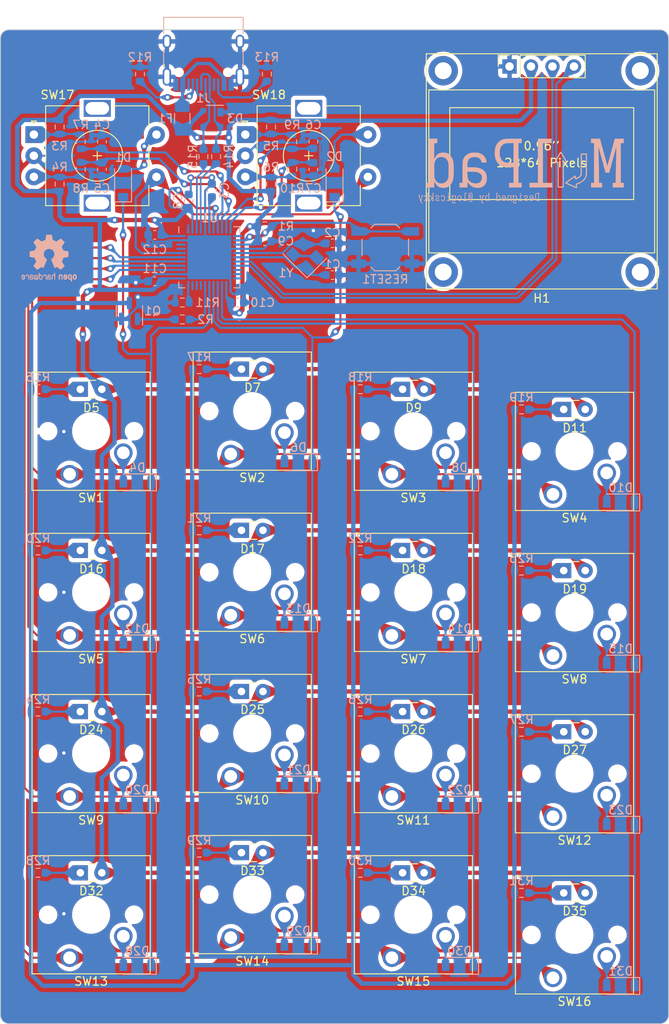
<source format=kicad_pcb>
(kicad_pcb (version 20220621) (generator pcbnew)
  (layers (0 "F.Cu" signal) (31 "B.Cu" signal) (34 "B.Paste" user) (35 "F.Paste" user) (36 "B.SilkS" user "B.Silkscreen") (37 "F.SilkS" user "F.Silkscreen") (38 "B.Mask" user) (39 "F.Mask" user) (44 "Edge.Cuts" user))
  (net 0 "")
  (net 1 "Net-(U1-XTAL1)")
  (net 2 "GND")
  (net 3 "Net-(U1-XTAL2)")
  (net 4 "/EC11_1_A")
  (net 5 "/EC11_1_B")
  (net 6 "/EC11_2_A")
  (net 7 "/EC11_2_B")
  (net 8 "+5V")
  (net 9 "/COL0")
  (net 10 "Net-(D1-A)")
  (net 11 "/COL1")
  (net 12 "Net-(D2-A)")
  (net 13 "Net-(D3-I{slash}O1)")
  (net 14 "Net-(D3-I{slash}O2)")
  (net 15 "Net-(J1-VBUS)")
  (net 16 "/SCL")
  (net 17 "/SDA")
  (net 18 "Net-(J1-CC1)")
  (net 20 "Net-(J1-CC2)")
  (net 22 "Net-(Q1-G)")
  (net 23 "/LED_GND")
  (net 24 "Net-(U1-~{RESET})")
  (net 25 "Net-(R3-Pad2)")
  (net 26 "Net-(R4-Pad2)")
  (net 27 "Net-(R5-Pad2)")
  (net 28 "Net-(R10-Pad1)")
  (net 29 "Net-(U1-~{HWB}{slash}PE2)")
  (net 30 "/D+")
  (net 31 "/D-")
  (net 32 "/ROW4")
  (net 33 "/ROW0")
  (net 34 "/COL2")
  (net 35 "/COL3")
  (net 36 "/ROW1")
  (net 37 "/ROW2")
  (net 38 "/ROW3")
  (net 39 "Net-(U1-UCAP)")
  (net 50 "Net-(U1-PB5)")
  (net 51 "Net-(D4-A)")
  (net 52 "Net-(D6-A)")
  (net 53 "Net-(D8-A)")
  (net 54 "Net-(D10-A)")
  (net 55 "Net-(D12-A)")
  (net 56 "Net-(D13-A)")
  (net 57 "Net-(D14-A)")
  (net 58 "Net-(D15-A)")
  (net 59 "Net-(D20-A)")
  (net 60 "Net-(D21-A)")
  (net 61 "Net-(D22-A)")
  (net 62 "Net-(D23-A)")
  (net 63 "Net-(D28-A)")
  (net 64 "Net-(D29-A)")
  (net 65 "Net-(D30-A)")
  (net 66 "Net-(D31-A)")
  (net 67 "Net-(D5-K)")
  (net 68 "Net-(D7-K)")
  (net 69 "Net-(D9-K)")
  (net 70 "Net-(D11-K)")
  (net 71 "Net-(D16-K)")
  (net 72 "Net-(D17-K)")
  (net 73 "Net-(D18-K)")
  (net 74 "Net-(D19-K)")
  (net 75 "Net-(D24-K)")
  (net 76 "Net-(D25-K)")
  (net 77 "Net-(D26-K)")
  (net 78 "Net-(D27-K)")
  (net 79 "Net-(D32-K)")
  (net 80 "Net-(D33-K)")
  (net 81 "Net-(D34-K)")
  (net 82 "Net-(D35-K)")
  (footprint "LED_THT:LED_Rectangular_W3.0mm_H2.0mm" (layer "F.Cu") (at 91.600739 78.385535)
    (fp_text reference "D11")
    (fp_text value "LED")
  )
  (footprint "Button_Switch_Keyboard:SW_Cherry_MX_1.00u_PCB" (layer "F.Cu") (at 52.229923 140.814157 180)
    (fp_text reference "SW14")
    (fp_text value "SW_Push")
  )
  (footprint "LED_THT:LED_Rectangular_W3.0mm_H2.0mm" (layer "F.Cu") (at 53.499923 73.622933)
    (fp_text reference "D7")
    (fp_text value "LED")
  )
  (footprint "Keyboard_Parts:OLED_I2C_SSD1306" (layer "F.Cu") (at 89 50.25)
    (fp_text reference "H1")
    (fp_text value "OLED_I2C_SSD1306")
  )
  (footprint "LED_THT:LED_Rectangular_W3.0mm_H2.0mm" (layer "F.Cu") (at 53.499923 130.774157)
    (fp_text reference "D33")
    (fp_text value "LED")
  )
  (footprint "LED_THT:LED_Rectangular_W3.0mm_H2.0mm" (layer "F.Cu") (at 72.550331 133.155458)
    (fp_text reference "D34")
    (fp_text value "LED")
  )
  (footprint "LED_THT:LED_Rectangular_W3.0mm_H2.0mm" (layer "F.Cu") (at 34.449515 76.004234)
    (fp_text reference "D5")
    (fp_text value "LED")
  )
  (footprint "Button_Switch_Keyboard:SW_Cherry_MX_1.00u_PCB" (layer "F.Cu") (at 33.179515 143.195458 180)
    (fp_text reference "SW13")
    (fp_text value "SW_Push")
  )
  (footprint "LED_THT:LED_Rectangular_W3.0mm_H2.0mm" (layer "F.Cu") (at 53.499923 111.723749)
    (fp_text reference "D25")
    (fp_text value "LED")
  )
  (footprint "Button_Switch_Keyboard:SW_Cherry_MX_1.00u_PCB" (layer "F.Cu") (at 71.280331 86.044234 180)
    (fp_text reference "SW3")
    (fp_text value "SW_Push")
  )
  (footprint "Button_Switch_Keyboard:SW_Cherry_MX_1.00u_PCB" (layer "F.Cu") (at 33.179515 124.14505 180)
    (fp_text reference "SW9")
    (fp_text value "SW_Push")
  )
  (footprint "LED_THT:LED_Rectangular_W3.0mm_H2.0mm" (layer "F.Cu") (at 91.600739 97.435943)
    (fp_text reference "D19")
    (fp_text value "LED")
  )
  (footprint "Button_Switch_Keyboard:SW_Cherry_MX_1.00u_PCB" (layer "F.Cu") (at 90.330739 145.576759 180)
    (fp_text reference "SW16")
    (fp_text value "SW_Push")
  )
  (footprint "LED_THT:LED_Rectangular_W3.0mm_H2.0mm" (layer "F.Cu") (at 53.499923 92.673341)
    (fp_text reference "D17")
    (fp_text value "LED")
  )
  (footprint "Rotary_Encoder:RotaryEncoder_Alps_EC11E-Switch_Vertical_H20mm" (layer "F.Cu") (at 28.95 45.9)
    (fp_text reference "SW17")
    (fp_text value "EC11")
  )
  (footprint "Button_Switch_Keyboard:SW_Cherry_MX_1.00u_PCB" (layer "F.Cu") (at 52.229923 102.713341 180)
    (fp_text reference "SW6")
    (fp_text value "SW_Push")
  )
  (footprint "LED_THT:LED_Rectangular_W3.0mm_H2.0mm" (layer "F.Cu") (at 34.449515 95.054642)
    (fp_text reference "D16")
    (fp_text value "LED")
  )
  (footprint "LED_THT:LED_Rectangular_W3.0mm_H2.0mm" (layer "F.Cu") (at 91.600739 116.486351)
    (fp_text reference "D27")
    (fp_text value "LED")
  )
  (footprint "Button_Switch_Keyboard:SW_Cherry_MX_1.00u_PCB" (layer "F.Cu") (at 90.330739 126.526351 180)
    (fp_text reference "SW12")
    (fp_text value "SW_Push")
  )
  (footprint "LED_THT:LED_Rectangular_W3.0mm_H2.0mm" (layer "F.Cu") (at 72.550331 95.054642)
    (fp_text reference "D18")
    (fp_text value "LED")
  )
  (footprint "LED_THT:LED_Rectangular_W3.0mm_H2.0mm" (layer "F.Cu") (at 34.449515 133.155458)
    (fp_text reference "D32")
    (fp_text value "LED")
  )
  (footprint "LED_THT:LED_Rectangular_W3.0mm_H2.0mm" (layer "F.Cu") (at 91.600739 135.536759)
    (fp_text reference "D35")
    (fp_text value "LED")
  )
  (footprint "LED_THT:LED_Rectangular_W3.0mm_H2.0mm" (layer "F.Cu") (at 72.550331 76.004234)
    (fp_text reference "D9")
    (fp_text value "LED")
  )
  (footprint "Button_Switch_Keyboard:SW_Cherry_MX_1.00u_PCB" (layer "F.Cu") (at 52.229923 121.763749 180)
    (fp_text reference "SW10")
    (fp_text value "SW_Push")
  )
  (footprint "Button_Switch_Keyboard:SW_Cherry_MX_1.00u_PCB" (layer "F.Cu") (at 90.330739 107.475943 180)
    (fp_text reference "SW8")
    (fp_text value "SW_Push")
  )
  (footprint "Button_Switch_Keyboard:SW_Cherry_MX_1.00u_PCB" (layer "F.Cu") (at 71.280331 124.14505 180)
    (fp_text reference "SW11")
    (fp_text value "SW_Push")
  )
  (footprint "LED_THT:LED_Rectangular_W3.0mm_H2.0mm" (layer "F.Cu") (at 72.550331 114.10505)
    (fp_text reference "D26")
    (fp_text value "LED")
  )
  (footprint "Button_Switch_Keyboard:SW_Cherry_MX_1.00u_PCB" (layer "F.Cu") (at 71.280331 143.195458 180)
    (fp_text reference "SW15")
    (fp_text value "SW_Push")
  )
  (footprint "LED_THT:LED_Rectangular_W3.0mm_H2.0mm" (layer "F.Cu") (at 34.449515 114.10505)
    (fp_text reference "D24")
    (fp_text value "LED")
  )
  (footprint "Rotary_Encoder:RotaryEncoder_Alps_EC11E-Switch_Vertical_H20mm" (layer "F.Cu") (at 53.95 45.9)
    (fp_text reference "SW18")
    (fp_text value "EC11")
  )
  (footprint "Button_Switch_Keyboard:SW_Cherry_MX_1.00u_PCB" (layer "F.Cu") (at 71.280331 105.094642 180)
    (fp_text reference "SW7")
    (fp_text value "SW_Push")
  )
  (footprint "Button_Switch_Keyboard:SW_Cherry_MX_1.00u_PCB" (layer "F.Cu") (at 33.179515 86.044234 180)
    (fp_text reference "SW1")
    (fp_text value "SW_Push")
  )
  (footprint "Button_Switch_Keyboard:SW_Cherry_MX_1.00u_PCB" (layer "F.Cu") (at 90.330739 88.425535 180)
    (fp_text reference "SW4")
    (fp_text value "SW_Push")
  )
  (footprint "Button_Switch_Keyboard:SW_Cherry_MX_1.00u_PCB" (layer "F.Cu") (at 33.179515 105.094642 180)
    (fp_text reference "SW5")
    (fp_text value "SW_Push")
  )
  (footprint "Button_Switch_Keyboard:SW_Cherry_MX_1.00u_PCB" (layer "F.Cu") (at 52.229923 83.662933 180)
    (fp_text reference "SW2")
    (fp_text value "SW_Push")
  )
  (footprint "Symbol:OSHW-Logo2_7.3x6mm_SilkScreen" (layer "B.Cu") (at 30.75 60.5 180)
    (fp_text reference "REF**" hide)
    (fp_text value "OSHW-Logo2_7.3x6mm_SilkScreen" hide)
  )
  (footprint "Resistor_SMD:R_0603_1608Metric" (layer "B.Cu") (at 48.499923 130.774157 180)
    (fp_text reference "R29")
    (fp_text value "330")
  )
  (footprint "Capacitor_SMD:C_0603_1608Metric" (layer "B.Cu") (at 62 50 -90)
    (fp_text reference "C7")
    (fp_text value "0.01u")
  )
  (footprint "Diode_SMD:D_SOD-123" (layer "B.Cu") (at 39.5 51.6 90)
    (fp_text reference "D1")
    (fp_text value "1N4148W")
  )
  (footprint "Resistor_SMD:R_0603_1608Metric" (layer "B.Cu") (at 29.449515 133.155458 180)
    (fp_text reference "R28")
    (fp_text value "330")
  )
  (footprint "Resistor_SMD:R_0603_1608Metric" (layer "B.Cu") (at 46.5 67.75 180)
    (fp_text reference "R2")
    (fp_text value "1k")
  )
  (footprint "Resistor_SMD:R_0603_1608Metric" (layer "B.Cu") (at 50.5 48.5 -90)
    (fp_text reference "R14")
    (fp_text value "22")
  )
  (footprint "Diode_SMD:D_SOD-123" (layer "B.Cu") (at 79.280331 106.054642 180)
    (fp_text reference "D14")
    (fp_text value "1N4148W")
  )
  (footprint "Diode_SMD:D_SOD-123" (layer "B.Cu") (at 98.330739 89.385535 180)
    (fp_text reference "D10")
    (fp_text value "1N4148W")
  )
  (footprint "Resistor_SMD:R_0603_1608Metric" (layer "B.Cu") (at 57 51.75 90)
    (fp_text reference "R6")
    (fp_text value "10k")
  )
  (footprint "Resistor_SMD:R_0603_1608Metric" (layer "B.Cu") (at 67.550331 133.155458 180)
    (fp_text reference "R30")
    (fp_text value "330")
  )
  (footprint "Capacitor_SMD:C_0603_1608Metric" (layer "B.Cu") (at 43.25 57.75 180)
    (fp_text reference "C12")
    (fp_text value "0.1u")
  )
  (footprint "Resistor_SMD:R_0603_1608Metric" (layer "B.Cu") (at 32 45 -90)
    (fp_text reference "R3")
    (fp_text value "10k")
  )
  (footprint "Resistor_SMD:R_0603_1608Metric" (layer "B.Cu") (at 59.5 50 90)
    (fp_text reference "R10")
    (fp_text value "10k")
  )
  (footprint "Diode_SMD:D_SOD-123" (layer "B.Cu") (at 41.179515 106.054642 180)
    (fp_text reference "D12")
    (fp_text value "1N4148W")
  )
  (footprint "Capacitor_SMD:C_0603_1608Metric" (layer "B.Cu") (at 37 46.75 -90)
    (fp_text reference "C4")
    (fp_text value "0.01u")
  )
  (footprint "Capacitor_SMD:C_0603_1608Metric" (layer "B.Cu") (at 43.25 63.25 180)
    (fp_text reference "C11")
    (fp_text value "0.1u")
  )
  (footprint "Diode_SMD:D_SOD-123" (layer "B.Cu") (at 98.330739 108.435943 180)
    (fp_text reference "D15")
    (fp_text value "1N4148W")
  )
  (footprint "Capacitor_SMD:C_0603_1608Metric" (layer "B.Cu") (at 64.25 62.5)
    (fp_text reference "C1")
    (fp_text value "22p")
  )
  (footprint "Capacitor_SMD:C_0603_1608Metric" (layer "B.Cu") (at 62 46.75 -90)
    (fp_text reference "C6")
    (fp_text value "0.01u")
  )
  (footprint "Package_DFN_QFN:QFN-44-1EP_7x7mm_P0.5mm_EP5.2x5.2mm" (layer "B.Cu") (at 49.7 60.4 -90)
    (fp_text reference "U1")
    (fp_text value "ATmega32U4-M")
  )
  (footprint "Capacitor_SMD:C_0603_1608Metric" (layer "B.Cu") (at 53 65.75)
    (fp_text reference "C10")
    (fp_text value "0.1u")
  )
  (footprint "Resistor_SMD:R_0603_1608Metric" (layer "B.Cu") (at 86.600739 97.435943 180)
    (fp_text reference "R23")
    (fp_text value "330")
  )
  (footprint "Resistor_SMD:R_0603_1608Metric" (layer "B.Cu") (at 49 48.5 -90)
    (fp_text reference "R15")
    (fp_text value "22")
  )
  (footprint "Resistor_SMD:R_0603_1608Metric" (layer "B.Cu") (at 48.499923 92.673341 180)
    (fp_text reference "R21")
    (fp_text value "330")
  )
  (footprint "Diode_SMD:D_SOD-123" (layer "B.Cu") (at 79.280331 144.155458 180)
    (fp_text reference "D30")
    (fp_text value "1N4148W")
  )
  (footprint "Resistor_SMD:R_0603_1608Metric" (layer "B.Cu") (at 67.550331 114.10505 180)
    (fp_text reference "R26")
    (fp_text value "330")
  )
  (footprint "Resistor_SMD:R_0603_1608Metric" (layer "B.Cu") (at 86.600739 78.385535 180)
    (fp_text reference "R19")
    (fp_text value "330")
  )
  (footprint "LOGO" (layer "B.Cu") (at 86.5 50.25 180)
    (fp_text reference "G***" hide)
    (fp_text value "LOGO" hide)
  )
  (footprint "Resistor_SMD:R_0603_1608Metric" (layer "B.Cu") (at 34.5 46.75 90)
    (fp_text reference "R7")
    (fp_text value "10k")
  )
  (footprint "Button_Switch_SMD:SW_SPST_TL3342" (layer "B.Cu") (at 70.5 59.25)
    (fp_text reference "RESET1")
    (fp_text value "SW_Push")
  )
  (footprint "Diode_SMD:D_SOD-123" (layer "B.Cu") (at 79.280331 125.10505 180)
    (fp_text reference "D22")
    (fp_text value "1N4148W")
  )
  (footprint "Resistor_SMD:R_0603_1608Metric" (layer "B.Cu") (at 56.25 56.75)
    (fp_text reference "R1")
    (fp_text value "10k")
  )
  (footprint "Package_TO_SOT_SMD:SOT-23" (layer "B.Cu") (at 40.25 66.75 90)
    (fp_text reference "Q1")
    (fp_text value "2N7002")
  )
  (footprint "Diode_SMD:D_SOD-123" (layer "B.Cu") (at 98.330739 146.536759 180)
    (fp_text reference "D31")
    (fp_text value "1N4148W")
  )
  (footprint "Diode_SMD:D_SOD-123" (layer "B.Cu") (at 64.5 51.6 90)
    (fp_text reference "D2")
    (fp_text value "1N4148W")
  )
  (footprint "Resistor_SMD:R_0603_1608Metric" (layer "B.Cu") (at 29.449515 114.10505 180)
    (fp_text reference "R24")
    (fp_text value "330")
  )
  (footprint "Resistor_SMD:R_0603_1608Metric" (layer "B.Cu") (at 41.5 38.75 90)
    (fp_text reference "R12")
    (fp_text value "5.1k")
  )
  (footprint "Diode_SMD:D_SOD-123" (layer "B.Cu") (at 98.330739 127.486351 180)
    (fp_text reference "D23")
    (fp_text value "1N4148W")
  )
  (footprint "Resistor_SMD:R_0603_1608Metric" (layer "B.Cu") (at 86.600739 135.536759 180)
    (fp_text reference "R31")
    (fp_text value "330")
  )
  (footprint "Resistor_SMD:R_0603_1608Metric" (layer "B.Cu") (at 67.550331 76.004234 180)
    (fp_text reference "R18")
    (fp_text value "330")
  )
  (footprint "Package_TO_SOT_SMD:SOT-143" (layer "B.Cu") (at 50 44 180)
    (fp_text reference "D3")
    (fp_text value "PRTR5V0U2X")
  )
  (footprint "Diode_SMD:D_SOD-123" (layer "B.Cu") (at 60.229923 103.673341 180)
    (fp_text reference "D13")
    (fp_text value "1N4148W")
  )
  (footprint "Diode_SMD:D_SOD-123" (layer "B.Cu") (at 60.229923 122.723749 180)
    (fp_text reference "D21")
    (fp_text value "1N4148W")
  )
  (footprint "Resistor_SMD:R_0603_1608Metric" (layer "B.Cu") (at 46.5 65.75 180)
    (fp_text reference "R11")
    (fp_text value "10k")
  )
  (footprint "Diode_SMD:D_SOD-123" (layer "B.Cu") (at 41.179515 144.155458 180)
    (fp_text reference "D28")
    (fp_text value "1N4148W")
  )
  (footprint "Resistor_SMD:R_0603_1608Metric" (layer "B.Cu") (at 57 45 -90)
    (fp_text reference "R5")
    (fp_text value "10k")
  )
  (footprint "Resistor_SMD:R_0603_1608Metric" (layer "B.Cu") (at 86.600739 116.486351 180)
    (fp_text reference "R27")
    (fp_text value "330")
  )
  (footprint "Capacitor_SMD:C_0603_1608Metric" (layer "B.Cu") (at 56.25 58.5)
    (fp_text reference "C9")
    (fp_text value "0.1u")
  )
  (footprint "Capacitor_SMD:C_0603_1608Metric" (layer "B.Cu") (at 50 52.5 -90)
    (fp_text reference "C3")
    (fp_text value "1u")
  )
  (footprint "Crystal:Crystal_SMD_3225-4Pin_3.2x2.5mm" (layer "B.Cu") (at 61 60.25 135)
    (fp_text reference "Y1")
    (fp_text value "16MHz_12pF")
  )
  (footprint "Resistor_SMD:R_0603_1608Metric" (layer "B.Cu") (at 59.5 46.75 90)
    (fp_text reference "R9")
    (fp_text value "10k")
  )
  (footprint "Resistor_SMD:R_0603_1608Metric" (layer "B.Cu") (at 29.449515 95.054642 180)
    (fp_text reference "R20")
    (fp_text value "330")
  )
  (footprint "Diode_SMD:D_SOD-123" (layer "B.Cu") (at 41.179515 87.004234 180)
    (fp_text reference "D4")
    (fp_text value "1N4148W")
  )
  (footprint "Diode_SMD:D_SOD-123" (layer "B.Cu") (at 79.280331 87.004234 180)
    (fp_text reference "D8")
    (fp_text value "1N4148W")
  )
  (footprint "Resistor_SMD:R_0603_1608Metric" (layer "B.Cu") (at 32 51.75 90)
    (fp_text reference "R4")
    (fp_text value "10k")
  )
  (footprint "Resistor_SMD:R_0603_1608Metric" (layer "B.Cu") (at 29.449515 76.004234 180)
    (fp_text reference "R16")
    (fp_text value "330")
  )
  (footprint "Diode_SMD:D_SOD-123" (layer "B.Cu") (at 41.179515 125.10505 180)
    (fp_text reference "D20")
    (fp_text value "1N4148W")
  )
  (footprint "Resistor_SMD:R_0603_1608Metric" (layer "B.Cu") (at 48.499923 111.723749 180)
    (fp_text reference "R25")
    (fp_text value "330")
  )
  (footprint "Diode_SMD:D_SOD-123" (layer "B.Cu") (at 60.229923 84.622933 180)
    (fp_text reference "D6")
    (fp_text value "1N4148W")
  )
  (footprint "Resistor_SMD:R_0603_1608Metric" (layer "B.Cu") (at 48.499923 73.622933 180)
    (fp_text reference "R17")
    (fp_text value "330")
  )
  (footprint "Capacitor_SMD:C_0603_1608Metric" (layer "B.Cu") (at 37 50 -90)
    (fp_text reference "C5")
    (fp_text value "0.01u")
  )
  (footprint "Capacitor_SMD:C_0603_1608Metric" (layer "B.Cu") (at 64.25 58.75)
    (fp_text reference "C2")
    (fp_text value "22p")
  )
  (footprint "Resistor_SMD:R_0603_1608Metric" (layer "B.Cu") (at 56.5 38.75 90)
    (fp_text reference "R13")
    (fp_text value "5.1k")
  )
  (footprint "Diode_SMD:D_SOD-123" (layer "B.Cu") (at 60.229923 141.774157 180)
    (fp_text reference "D29")
    (fp_text value "1N4148W")
  )
  (footprint "Fuse:Fuse_1206_3216Metric" (layer "B.Cu") (at 46.5 44 -90)
    (fp_text reference "F1")
    (fp_text value "MF-NSMF050-2")
  )
  (footprint "Resistor_SMD:R_0603_1608Metric" (layer "B.Cu") (at 67.550331 95.054642 180)
    (fp_text reference "R22")
    (fp_text value "330")
  )
  (footprint "Capacitor_SMD:C_0603_1608Metric" (layer "B.Cu") (at 47.25 53.75 90)
    (fp_text reference "C8")
    (fp_text value "4.7u")
  )
  (footprint "Connector_USB:USB_C_Receptacle_HRO_TYPE-C-31-M-12" (layer "B.Cu") (at 49 35.94)
    (fp_text reference "J1")
    (fp_text value "TYPE-C-31-M-12")
  )
  (footprint "Resistor_SMD:R_0603_1608Metric" (layer "B.Cu") (at 34.5 50 90)
    (fp_text reference "R8")
    (fp_text value "10k")
  )
  (gr_line (start 103 151) (end 26 151) (stroke (width 0.1)) (layer "Edge.Cuts"))
  (gr_line (start 104 150) (end 104 34.5) (stroke (width 0.1)) (layer "Edge.Cuts"))
  (gr_arc (start 26 151) (mid 25.292893 150.707107) (end 25 150) (stroke (width 0.1)) (layer "Edge.Cuts"))
  (gr_line (start 25 150) (end 25 34.5) (stroke (width 0.1)) (layer "Edge.Cuts"))
  (gr_arc (start 103 33.5) (mid 103.707107 33.792893) (end 104 34.5) (stroke (width 0.1)) (layer "Edge.Cuts"))
  (gr_line (start 103 33.5) (end 26 33.5) (stroke (width 0.1)) (layer "Edge.Cuts"))
  (gr_arc (start 25 34.5) (mid 25.292893 33.792893) (end 26 33.5) (stroke (width 0.1)) (layer "Edge.Cuts"))
  (gr_arc (start 104 150) (mid 103.707107 150.707107) (end 103 151) (stroke (width 0.1)) (layer "Edge.Cuts"))
  (segment (start 53.0375 60.4) (end 58.639771 60.4) (width 0.25) (layer "B.Cu") (net 1))
  (segment (start 62.047919 62.5) (end 63.475 62.5) (width 0.25) (layer "B.Cu") (net 1))
  (segment (start 59.868629 61.628858) (end 61.176777 61.628858) (width 0.25) (layer "B.Cu") (net 1))
  (segment (start 58.639771 60.4) (end 59.868629 61.628858) (width 0.25) (layer "B.Cu") (net 1))
  (segment (start 61.176777 61.628858) (end 62.047919 62.5) (width 0.25) (layer "B.Cu") (net 1))
  (segment (start 41 63.3965) (end 41 64.8535) (width 0.25) (layer "F.Cu") (net 2))
  (segment (start 49.987701 50.986799) (end 47.513201 50.986799) (width 0.25) (layer "F.Cu") (net 2))
  (segment (start 47.513201 50.986799) (end 47.5 51) (width 0.25) (layer "F.Cu") (net 2))
  (segment (start 41 64.8535) (end 41.25 65.1035) (width 0.25) (layer "F.Cu") (net 2))
  (via (at 47.5 51) (size 0.8) (drill 0.4) (layers "F.Cu" "B.Cu") (net 2))
  (via (at 41 63.3965) (size 0.8) (drill 0.4) (layers "F.Cu" "B.Cu") (net 2))
  (via (at 41.25 65.1035) (size 0.8) (drill 0.4) (layers "F.Cu" "B.Cu") (net 2))
  (via (at 32.5 100) (size 0.8) (drill 0.4) (layers "F.Cu" "B.Cu") (net 2))
  (via (at 62 57.25) (size 0.8) (drill 0.4) (layers "F.Cu" "B.Cu") (net 2))
  (via (at 32.5 81) (size 0.8) (drill 0.4) (layers "F.Cu" "B.Cu") (net 2))
  (via (at 32.5 138) (size 0.8) (drill 0.4) (layers "F.Cu" "B.Cu") (net 2))
  (via (at 32.5 119) (size 0.8) (drill 0.4) (layers "F.Cu" "B.Cu") (net 2))
  (via (at 49.987701 50.986799) (size 0.8) (drill 0.4) (layers "F.Cu" "B.Cu") (net 2))
  (segment (start 37 45.975) (end 36.225 46.75) (width 0.25) (layer "B.Cu") (net 2))
  (segment (start 50 51.725) (end 50 50.999098) (width 0.25) (layer "B.Cu") (net 2))
  (segment (start 59.797919 60.25) (end 59.621142 60.073223) (width 0.25) (layer "B.Cu") (net 2))
  (segment (start 47.7 58.4) (end 49.7 60.4) (width 0.25) (layer "B.Cu") (net 2))
  (segment (start 49.2 59.9) (end 49.7 60.4) (width 0.25) (layer "B.Cu") (net 2))
  (segment (start 49.2 57.0625) (end 49.2 52.525) (width 0.25) (layer "B.Cu") (net 2))
  (segment (start 53.0375 59.4) (end 50.7 59.4) (width 0.25) (layer "B.Cu") (net 2))
  (segment (start 33.25 50) (end 31.65 48.4) (width 0.25) (layer "B.Cu") (net 2))
  (segment (start 50.7 59.4) (end 49.7 60.4) (width 0.25) (layer "B.Cu") (net 2))
  (segment (start 61.125 46.85) (end 55.5 46.85) (width 0.25) (layer "B.Cu") (net 2))
  (segment (start 44.7 58.55) (end 44.85 58.4) (width 0.25) (layer "B.Cu") (net 2))
  (segment (start 53.5 64.75) (end 53.775 65.025) (width 0.25) (layer "B.Cu") (net 2))
  (segment (start 54.224896 43.25) (end 57.429 40.045896) (width 0.508) (layer "B.Cu") (net 2))
  (segment (start 42.475 57.75) (end 42.475 57.975) (width 0.25) (layer "B.Cu") (net 2))
  (segment (start 57.429 36.679) (end 55.64 34.89) (width 0.508) (layer "B.Cu") (net 2))
  (segment (start 55.5 46.85) (end 53.95 48.4) (width 0.25) (layer "B.Cu") (net 2))
  (segment (start 62.378858 60.426777) (end 62.202081 60.25) (width 0.25) (layer "B.Cu") (net 2))
  (segment (start 52.2 63.7375) (end 52.2 63.148008) (width 0.25) (layer "B.Cu") (net 2))
  (segment (start 57.75 58.5) (end 59 57.25) (width 0.25) (layer "B.Cu") (net 2))
  (segment (start 57.025 58.5) (end 56.125 59.4) (width 0.25) (layer "B.Cu") (net 2))
  (segment (start 46.3625 58.4) (end 47.7 58.4) (width 0.25) (layer "B.Cu") (net 2))
  (segment (start 62 50.775) (end 62.8 49.975) (width 0.25) (layer "B.Cu") (net 2))
  (segment (start 41.25 65.1035) (end 41.728249 65.581749) (width 0.25) (layer "B.Cu") (net 2))
  (segment (start 53.775 65.025) (end 53.775 65.75) (width 0.25) (layer "B.Cu") (net 2))
  (segment (start 41.1465 63.25) (end 41 63.3965) (width 0.25) (layer "B.Cu") (net 2))
  (segment (start 36.225 50) (end 33.25 50) (width 0.25) (layer "B.Cu") (net 2))
  (segment (start 59 57.25) (end 62 57.25) (width 0.25) (layer "B.Cu") (net 2))
  (segment (start 37 50.775) (end 36.225 50) (width 0.25) (layer "B.Cu") (net 2))
  (segment (start 62.8 46.775) (end 62 45.975) (width 0.25) (layer "B.Cu") (net 2))
  (segment (start 52.175 63.123008) (end 52.175 62.875) (width 0.25) (layer "B.Cu") (net 2))
  (segment (start 36.225 46.75) (end 33.25 46.75) (width 0.25) (layer "B.Cu") (net 2))
  (segment (start 41.728249 65.581749) (end 41.728249 65.75) (width 0.25) (layer "B.Cu") (net 2))
  (segment (start 31.65 48.4) (end 31.6 48.4) (width 0.25) (layer "B.Cu") (net 2))
  (segment (start 42.475 57.975) (end 43.05 58.55) (width 0.25) (layer "B.Cu") (net 2))
  (segment (start 39.790749 67.6875) (end 39.3 67.6875) (width 0.25) (layer "B.Cu") (net 2))
  (segment (start 49.2 57.0625) (end 49.2 59.9) (width 0.25) (layer "B.Cu") (net 2))
  (segment (start 42.475 63.25) (end 41.1465 63.25) (width 0.25) (layer "B.Cu") (net 2))
  (segment (start 47.5 51) (end 47.5 52.725) (width 0.25) (layer "B.Cu") (net 2))
  (segment (start 52.2 63.148008) (end 52.175 63.123008) (width 0.25) (layer "B.Cu") (net 2))
  (segment (start 43.05 58.55) (end 44.7 58.55) (width 0.25) (layer "B.Cu") (net 2))
  (segment (start 46.3625 62.4) (end 47.7 62.4) (width 0.25) (layer "B.Cu") (net 2))
  (segment (start 57.025 58.5) (end 57.75 58.5) (width 0.25) (layer "B.Cu") (net 2))
  (segment (start 62.8 49.975) (end 62.8 46.775) (width 0.25) (layer "B.Cu") (net 2))
  (segment (start 50 50.999098) (end 49.987701 50.986799) (width 0.25) (layer "B.Cu") (net 2))
  (segment (start 52.2 63.7375) (end 52.2 64.45) (width 0.25) (layer "B.Cu") (net 2))
  (segment (start 62.202081 60.25) (end 59.797919 60.25) (width 0.25) (layer "B.Cu") (net 2))
  (segment (start 56.125 59.4) (end 53.0375 59.4) (width 0.25) (layer "B.Cu") (net 2))
  (segment (start 52.2 64.45) (end 52.5 64.75) (width 0.25) (layer "B.Cu") (net 2))
  (segment (start 47.7 62.4) (end 49.7 60.4) (width 0.25) (layer "B.Cu") (net 2))
  (segment (start 52.5 64.75) (end 53.5 64.75) (width 0.25) (layer "B.Cu") (net 2))
  (segment (start 57.429 40.045896) (end 57.429 36.679) (width 0.508) (layer "B.Cu") (net 2))
  (segment (start 31.6 48.4) (end 28.95 48.4) (width 0.25) (layer "B.Cu") (net 2))
  (segment (start 45.675 65.75) (end 41.728249 65.75) (width 0.25) (layer "B.Cu") (net 2))
  (segment (start 42.475 63.25) (end 43.325 62.4) (width 0.25) (layer "B.Cu") (net 2))
  (segment (start 62 45.975) (end 61.125 46.85) (width 0.25) (layer "B.Cu") (net 2))
  (segment (start 51 43.25) (end 54.224896 43.25) (width 0.508) (layer "B.Cu") (net 2))
  (segment (start 33.25 46.75) (end 31.6 48.4) (width 0.25) (layer "B.Cu") (net 2))
  (segment (start 41.728249 65.75) (end 39.790749 67.6875) (width 0.25) (layer "B.Cu") (net 2))
  (segment (start 49.2 52.525) (end 50 51.725) (width 0.25) (layer "B.Cu") (net 2))
  (segment (start 52.175 62.875) (end 49.7 60.4) (width 0.25) (layer "B.Cu") (net 2))
  (segment (start 43.325 62.4) (end 46.3625 62.4) (width 0.25) (layer "B.Cu") (net 2))
  (segment (start 47.5 52.725) (end 47.25 52.975) (width 0.25) (layer "B.Cu") (net 2))
  (segment (start 55.64 34.89) (end 53.32 34.89) (width 0.508) (layer "B.Cu") (net 2))
  (segment (start 44.85 58.4) (end 46.3625 58.4) (width 0.25) (layer "B.Cu") (net 2))
  (segment (start 58.344795 59.9) (end 59.415811 58.828984) (width 0.25) (layer "B.Cu") (net 3))
  (segment (start 63.353858 58.871142) (end 60.823223 58.871142) (width 0.25) (layer "B.Cu") (net 3))
  (segment (start 63.475 58.75) (end 63.353858 58.871142) (width 0.25) (layer "B.Cu") (net 3))
  (segment (start 53.0375 59.9) (end 58.344795 59.9) (width 0.25) (layer "B.Cu") (net 3))
  (segment (start 59.415811 58.828984) (end 60.781065 58.828984) (width 0.25) (layer "B.Cu") (net 3))
  (segment (start 60.781065 58.828984) (end 60.823223 58.871142) (width 0.25) (layer "B.Cu") (net 3))
  (segment (start 50.5 50.25) (end 46.75 50.25) (width 0.25) (layer "F.Cu") (net 4))
  (segment (start 51 50.75) (end 50.5 50.25) (width 0.25) (layer "F.Cu") (net 4))
  (via (at 46.75 50.25) (size 0.8) (drill 0.4) (layers "F.Cu" "B.Cu") (net 4))
  (via (at 51 50.75) (size 0.8) (drill 0.4) (layers "F.Cu" "B.Cu") (net 4))
  (segment (start 51.25 55) (end 51.25 51.25) (width 0.25) (layer "B.Cu") (net 4))
  (segment (start 51.25 51.25) (end 51.25 51) (width 0.25) (layer "B.Cu") (net 4))
  (segment (start 46.75 50.25) (end 44.5 48) (width 0.25) (layer "B.Cu") (net 4))
  (segment (start 44.5 48) (end 37.475 48) (width 0.25) (layer "B.Cu") (net 4))
  (segment (start 50.7 55.55) (end 51.25 55) (width 0.25) (layer "B.Cu") (net 4))
  (segment (start 36.95 47.575) (end 37 47.525) (width 0.25) (layer "B.Cu") (net 4))
  (segment (start 50.7 57.0625) (end 50.7 55.55) (width 0.25) (layer "B.Cu") (net 4))
  (segment (start 51.25 51) (end 51 50.75) (width 0.25) (layer "B.Cu") (net 4))
  (segment (start 37.475 48) (end 37 47.525) (width 0.25) (layer "B.Cu") (net 4))
  (segment (start 34.5 47.575) (end 36.95 47.575) (width 0.25) (layer "B.Cu") (net 4))
  (segment (start 51.9745 53.75) (end 49.9745 51.75) (width 0.25) (layer "F.Cu") (net 5))
  (segment (start 49.9745 51.75) (end 46.75 51.75) (width 0.25) (layer "F.Cu") (net 5))
  (via (at 51.9745 53.75) (size 0.8) (drill 0.4) (layers "F.Cu" "B.Cu") (net 5))
  (via (at 46.75 51.75) (size 0.8) (drill 0.4) (layers "F.Cu" "B.Cu") (net 5))
  (segment (start 51.2 57.0625) (end 51.2 56.3) (width 0.25) (layer "B.Cu") (net 5))
  (segment (start 36.95 49.175) (end 37 49.225) (width 0.25) (layer "B.Cu") (net 5))
  (segment (start 51.9745 54.911896) (end 51.9745 53.75) (width 0.25) (layer "B.Cu") (net 5))
  (segment (start 46.75 51.75) (end 43.75 48.75) (width 0.25) (layer "B.Cu") (net 5))
  (segment (start 51.2 56.3) (end 51.2 55.686396) (width 0.25) (layer "B.Cu") (net 5))
  (segment (start 51.2 55.686396) (end 51.9745 54.911896) (width 0.25) (layer "B.Cu") (net 5))
  (segment (start 43.75 48.75) (end 37.475 48.75) (width 0.25) (layer "B.Cu") (net 5))
  (segment (start 34.5 49.175) (end 36.95 49.175) (width 0.25) (layer "B.Cu") (net 5))
  (segment (start 37.475 48.75) (end 37 49.225) (width 0.25) (layer "B.Cu") (net 5))
  (segment (start 55.75 53.5) (end 55.75 49) (width 0.25) (layer "F.Cu") (net 6))
  (via (at 55.75 49) (size 0.8) (drill 0.4) (layers "F.Cu" "B.Cu") (net 6))
  (via (at 55.75 53.5) (size 0.8) (drill 0.4) (layers "F.Cu" "B.Cu") (net 6))
  (segment (start 51.7 56.05) (end 54.25 53.5) (width 0.25) (layer "B.Cu") (net 6))
  (segment (start 55.75 49) (end 57.175 47.575) (width 0.25) (layer "B.Cu") (net 6))
  (segment (start 51.7 57.0625) (end 51.7 56.05) (width 0.25) (layer "B.Cu") (net 6))
  (segment (start 54.25 53.5) (end 55.75 53.5) (width 0.25) (layer "B.Cu") (net 6))
  (segment (start 61.95 47.575) (end 62 47.525) (width 0.25) (layer "B.Cu") (net 6))
  (segment (start 57.175 47.575) (end 59.5 47.575) (width 0.25) (layer "B.Cu") (net 6))
  (segment (start 59.5 47.575) (end 61.95 47.575) (width 0.25) (layer "B.Cu") (net 6))
  (segment (start 55.762299 54.512299) (end 57.237701 54.512299) (width 0.25) (layer "F.Cu") (net 7))
  (segment (start 58.25 53.5) (end 58.25 50.2005) (width 0.25) (layer "F.Cu") (net 7))
  (segment (start 57.237701 54.512299) (end 58.25 53.5) (width 0.25) (layer "F.Cu") (net 7))
  (via (at 55.762299 54.512299) (size 0.8) (drill 0.4) (layers "F.Cu" "B.Cu") (net 7))
  (via (at 58.25 50.2005) (size 0.8) (drill 0.4) (layers "F.Cu" "B.Cu") (net 7))
  (segment (start 52.2 56.3) (end 53.987701 54.512299) (width 0.25) (layer "B.Cu") (net 7))
  (segment (start 52.2 57.0625) (end 52.2 56.3) (width 0.25) (layer "B.Cu") (net 7))
  (segment (start 61.95 49.175) (end 62 49.225) (width 0.25) (layer "B.Cu") (net 7))
  (segment (start 59.5 49.175) (end 61.95 49.175) (width 0.25) (layer "B.Cu") (net 7))
  (segment (start 53.987701 54.512299) (end 55.762299 54.512299) (width 0.25) (layer "B.Cu") (net 7))
  (segment (start 58.25 50.2005) (end 59.2755 49.175) (width 0.25) (layer "B.Cu") (net 7))
  (segment (start 59.2755 49.175) (end 59.5 49.175) (width 0.25) (layer "B.Cu") (net 7))
  (segment (start 56.039923 130.774157) (end 72.70903 130.774157) (width 0.508) (layer "F.Cu") (net 8))
  (segment (start 53.61381 66.63619) (end 53.25 67) (width 0.508) (layer "F.Cu") (net 8))
  (segment (start 35.25 64.5) (end 34.75 65) (width 0.508) (layer "F.Cu") (net 8))
  (segment (start 50.4245 54.6005) (end 48.1751 54.6005) (width 0.25) (layer "F.Cu") (net 8))
  (segment (start 72.70903 73.622933) (end 75.090331 76.004234) (width 0.508) (layer "F.Cu") (net 8))
  (segment (start 53.61381 57.63619) (end 53.61381 66.36381) (width 0.508) (layer "F.Cu") (net 8))
  (segment (start 75.090331 95.054642) (end 91.759438 95.054642) (width 0.508) (layer "F.Cu") (net 8))
  (segment (start 72.70903 92.673341) (end 75.090331 95.054642) (width 0.508) (layer "F.Cu") (net 8))
  (segment (start 53.658622 76.004234) (end 56.039923 73.622933) (width 0.508) (layer "F.Cu") (net 8))
  (segment (start 72.70903 130.774157) (end 75.090331 133.155458) (width 0.508) (layer "F.Cu") (net 8))
  (segment (start 56.039923 92.673341) (end 72.70903 92.673341) (width 0.508) (layer "F.Cu") (net 8))
  (segment (start 36.989515 76.004234) (end 53.658622 76.004234) (width 0.508) (layer "F.Cu") (net 8))
  (segment (start 36.989515 114.10505) (end 53.658622 114.10505) (width 0.508) (layer "F.Cu") (net 8))
  (segment (start 53.658622 114.10505) (end 56.039923 111.723749) (width 0.508) (layer "F.Cu") (net 8))
  (segment (start 91.759438 133.155458) (end 94.140739 135.536759) (width 0.508) (layer "F.Cu") (net 8))
  (segment (start 75.090331 133.155458) (end 91.759438 133.155458) (width 0.508) (layer "F.Cu") (net 8))
  (segment (start 56.039923 73.622933) (end 72.70903 73.622933) (width 0.508) (layer "F.Cu") (net 8))
  (segment (start 36.989515 133.155458) (end 53.658622 133.155458) (width 0.508) (layer "F.Cu") (net 8))
  (segment (start 91.759438 114.10505) (end 94.140739 116.486351) (width 0.508) (layer "F.Cu") (net 8))
  (segment (start 75.090331 114.10505) (end 91.759438 114.10505) (width 0.508) (layer "F.Cu") (net 8))
  (segment (start 48.25 46.25) (end 52 46.25) (width 0.508) (layer "F.Cu") (net 8))
  (segment (start 53.61381 66.36381) (end 53.61381 66.63619) (width 0.508) (layer "F.Cu") (net 8))
  (segment (start 91.759438 76.004234) (end 94.140739 78.385535) (width 0.508) (layer "F.Cu") (net 8))
  (segment (start 72.70903 111.723749) (end 75.090331 114.10505) (width 0.508) (layer "F.Cu") (net 8))
  (segment (start 48.1751 54.6005) (end 46.0373 52.4627) (width 0.25) (layer "F.Cu") (net 8))
  (segment (start 34.75 65) (end 34.75 69.5) (width 0.508) (layer "F.Cu") (net 8))
  (segment (start 91.759438 95.054642) (end 94.140739 97.435943) (width 0.508) (layer "F.Cu") (net 8))
  (segment (start 53.658622 95.054642) (end 56.039923 92.673341) (width 0.508) (layer "F.Cu") (net 8))
  (segment (start 53.658622 133.155458) (end 56.039923 130.774157) (width 0.508) (layer "F.Cu") (net 8))
  (segment (start 75.090331 76.004234) (end 91.759438 76.004234) (width 0.508) (layer "F.Cu") (net 8))
  (segment (start 54.5 56.75) (end 53.61381 57.63619) (width 0.508) (layer "F.Cu") (net 8))
  (segment (start 38.5 56) (end 43.25 56) (width 0.508) (layer "F.Cu") (net 8))
  (segment (start 36.989515 95.054642) (end 53.658622 95.054642) (width 0.508) (layer "F.Cu") (net 8))
  (segment (start 56.039923 111.723749) (end 72.70903 111.723749) (width 0.508) (layer "F.Cu") (net 8))
  (via (at 38.5 56) (size 0.8) (drill 0.4) (layers "F.Cu" "B.Cu") (net 8))
  (via (at 46.0373 52.4627) (size 0.8) (drill 0.4) (layers "F.Cu" "B.Cu") (net 8))
  (via (at 43.25 56) (size 0.8) (drill 0.4) (layers "F.Cu" "B.Cu") (net 8))
  (via (at 48.25 46.25) (size 0.8) (drill 0.4) (layers "F.Cu" "B.Cu") (net 8))
  (via (at 54.5 56.75) (size 0.8) (drill 0.4) (layers "F.Cu" "B.Cu") (net 8))
  (via (at 50.4245 54.6005) (size 0.8) (drill 0.4) (layers "F.Cu" "B.Cu") (net 8))
  (via (at 34.75 69.5) (size 0.8) (drill 0.4) (layers "F.Cu" "B.Cu") (net 8))
  (via (at 52 46.25) (size 0.8) (drill 0.4) (layers "F.Cu" "B.Cu") (net 8))
  (via (at 35.25 64.5) (size 0.8) (drill 0.4) (layers "F.Cu" "B.Cu") (net 8))
  (via (at 53.25 67) (size 0.8) (drill 0.4) (layers "F.Cu" "B.Cu") (net 8))
  (segment (start 38.5 77.514719) (end 38.5 82.336061) (width 0.508) (layer "B.Cu") (net 8))
  (segment (start 51.7 65.225) (end 52.225 65.75) (width 0.25) (layer "B.Cu") (net 8))
  (segment (start 87.73 43.02) (end 87.73 37.85) (width 0.508) (layer "B.Cu") (net 8))
  (segment (start 52 44.942) (end 52.767 44.175) (width 0.508) (layer "B.Cu") (net 8))
  (segment (start 46.5 45.4) (end 42.446 41.346) (width 0.508) (layer "B.Cu") (net 8))
  (segment (start 36.75 56) (end 38.5 56) (width 0.508) (layer "B.Cu") (net 8))
  (segment (start 55.425 56.75) (end 54.5 56.75) (width 0.508) (layer "B.Cu") (net 8))
  (segment (start 44.025 56.775) (end 44.025 57.75) (width 0.508) (layer "B.Cu") (net 8))
  (segment (start 50.4245 55.0755) (end 50.4245 54.6005) (width 0.25) (layer "B.Cu") (net 8))
  (segment (start 46.5 45.4) (end 47.4 45.4) (width 0.508) (layer "B.Cu") (net 8))
  (segment (start 45.775 56) (end 47.25 54.525) (width 0.508) (layer "B.Cu") (net 8))
  (segment (start 52.767 44.175) (end 57 44.175) (width 0.508) (layer "B.Cu") (net 8))
  (segment (start 36.989515 102.896954) (end 36.989515 114.10505) (width 0.508) (layer "B.Cu") (net 8))
  (segment (start 55.425 56.075) (end 55.425 56.75) (width 0.508) (layer "B.Cu") (net 8))
  (segment (start 36.989515 95.054642) (end 38.25 96.315127) (width 0.508) (layer "B.Cu") (net 8))
  (segment (start 32 43.742) (end 32 44.175) (width 0.508) (layer "B.Cu") (net 8))
  (segment (start 27.825 52.575) (end 32 52.575) (width 0.508) (layer "B.Cu") (net 8))
  (segment (start 34.75 73.764719) (end 36.989515 76.004234) (width 0.508) (layer "B.Cu") (net 8))
  (segment (start 38.5 82.336061) (end 36.989515 83.846546) (width 0.508) (layer "B.Cu") (net 8))
  (segment (start 43.025 64.25) (end 44.025 63.25) (width 0.508) (layer "B.Cu") (net 8))
  (segment (start 86.496 44.254) (end 87.73 43.02) (width 0.508) (layer "B.Cu") (net 8))
  (segment (start 50.2 55.3) (end 50.4245 55.0755) (width 0.25) (layer "B.Cu") (net 8))
  (segment (start 45.275 54.525) (end 47.25 54.525) (width 0.25) (layer "B.Cu") (net 8))
  (segment (start 45.8246 52.25) (end 45.25 52.25) (width 0.25) (layer "B.Cu") (net 8))
  (segment (start 57 54.5) (end 55.425 56.075) (width 0.508) (layer "B.Cu") (net 8))
  (segment (start 38.25 96.315127) (end 38.25 101.636469) (width 0.508) (layer "B.Cu") (net 8))
  (segment (start 52 46.25) (end 52 44.942) (width 0.508) (layer "B.Cu") (net 8))
  (segment (start 36.989515 76.004234) (end 38.5 77.514719) (width 0.508) (layer "B.Cu") (net 8))
  (segment (start 55.075 58.9) (end 53.0375 58.9) (width 0.25) (layer "B.Cu") (net 8))
  (segment (start 36.989515 114.10505) (end 38.885827 116.001362) (width 0.508) (layer "B.Cu") (net 8))
  (segment (start 47.4 45.4) (end 48.25 46.25) (width 0.508) (layer "B.Cu") (net 8))
  (segment (start 57 44.175) (end 57.079 44.254) (width 0.508) (layer "B.Cu") (net 8))
  (segment (start 51.7 63.7375) (end 51.7 65.225) (width 0.25) (layer "B.Cu") (net 8))
  (segment (start 45.25 52.25) (end 45 52.5) (width 0.25) (layer "B.Cu") (net 8))
  (segment (start 45 52.5) (end 45 54.25) (width 0.25) (layer "B.Cu") (net 8))
  (segment (start 42.446 41.346) (end 34.396 41.346) (width 0.508) (layer "B.Cu") (net 8))
  (segment (start 36.75 64.25) (end 35.5 64.25) (width 0.508) (layer "B.Cu") (net 8))
  (segment (start 46.3625 62.9) (end 44.125 62.9) (width 0.25) (layer "B.Cu") (net 8))
  (segment (start 32 52.575) (end 32 55.5) (width 0.508) (layer "B.Cu") (net 8))
  (segment (start 36.989515 121.947362) (end 36.989515 133.155458) (width 0.508) (layer "B.Cu") (net 8))
  (segment (start 57.079 44.254) (end 86.496 44.254) (width 0.508) (layer "B.Cu") (net 8))
  (segment (start 47.7 54.975) (end 47.25 54.525) (width 0.25) (layer "B.Cu") (net 8))
  (segment (start 43.025 64.25) (end 36.75 64.25) (width 0.508) (layer "B.Cu") (net 8))
  (segment (start 34.396 41.346) (end 32 43.742) (width 0.508) (layer "B.Cu") (net 8))
  (segment (start 52.225 66.725) (end 52.225 65.75) (width 0.508) (layer "B.Cu") (net 8))
  (segment (start 52 46.25) (end 52 51.006267) (width 0.508) (layer "B.Cu") (net 8))
  (segment (start 36.989515 83.846546) (end 36.989515 95.054642) (width 0.508) (layer "B.Cu") (net 8))
  (segment (start 38.885827 120.05105) (end 36.989515 121.947362) (width 0.508) (layer "B.Cu") (net 8))
  (segment (start 55.425 56.75) (end 55.425 58.45) (width 0.508) (layer "B.Cu") (net 8))
  (segment (start 43.25 56) (end 45.775 56) (width 0.508) (layer "B.Cu") (net 8))
  (segment (start 34.75 69.5) (end 34.75 73.764719) (width 0.508) (layer "B.Cu") (net 8))
  (segment (start 45 54.25) (end 45.275 54.525) (width 0.25) (layer "B.Cu") (net 8))
  (segment (start 53.25 67) (end 52.5 67) (width 0.508) (layer "B.Cu") (net 8))
  (segment (start 46.0373 52.4627) (end 45.8246 52.25) (width 0.25) (layer "B.Cu") (net 8))
  (segment (start 38.885827 116.001362) (end 38.885827 120.05105) (width 0.508) (layer "B.Cu") (net 8))
  (segment (start 46.5 45.4) (end 46.65 45.4) (width 0.508) (layer "B.Cu") (net 8))
  (segment (start 27 51.75) (end 27.825 52.575) (width 0.508) (layer "B.Cu") (net 8))
  (segment (start 38.25 101.636469) (end 36.989515 102.896954) (width 0.508) (layer "B.Cu") (net 8))
  (segment (start 57 52.575) (end 57 54.5) (width 0.508) (layer "B.Cu") (net 8))
  (segment (start 27.767 44.175) (end 27 44.942) (width 0.508) (layer "B.Cu") (net 8))
  (segment (start 32 44.175) (end 27.767 44.175) (width 0.508) (layer "B.Cu") (net 8))
  (segment (start 47.7 57.0625) (end 47.7 54.975) (width 0.25) (layer "B.Cu") (net 8))
  (segment (start 44.125 62.9) (end 44.025 63) (width 0.25) (layer "B.Cu") (net 8))
  (segment (start 27 44.942) (end 27 51.75) (width 0.508) (layer "B.Cu") (net 8))
  (segment (start 43.25 56) (end 44.025 56.775) (width 0.508) (layer "B.Cu") (net 8))
  (segment (start 46.65 45.4) (end 49 43.05) (width 0.508) (layer "B.Cu") (net 8))
  (segment (start 55.425 58.45) (end 55.475 58.5) (width 0.508) (layer "B.Cu") (net 8))
  (segment (start 36.75 56) (end 36.75 64.25) (width 0.508) (layer "B.Cu") (net 8))
  (segment (start 55.475 58.5) (end 55.075 58.9) (width 0.25) (layer "B.Cu") (net 8))
  (segment (start 52 51.006267) (end 53.568733 52.575) (width 0.508) (layer "B.Cu") (net 8))
  (segment (start 32.5 56) (end 36.75 56) (width 0.508) (layer "B.Cu") (net 8))
  (segment (start 32 55.5) (end 32.5 56) (width 0.508) (layer "B.Cu") (net 8))
  (segment (start 35.5 64.25) (end 35.25 64.5) (width 0.508) (layer "B.Cu") (net 8))
  (segment (start 53.568733 52.575) (end 57 52.575) (width 0.508) (layer "B.Cu") (net 8))
  (segment (start 52.5 67) (end 52.225 66.725) (width 0.508) (layer "B.Cu") (net 8))
  (segment (start 50.2 57.0625) (end 50.2 55.3) (width 0.25) (layer "B.Cu") (net 8))
  (segment (start 46.3625 57.9) (end 44.175 57.9) (width 0.25) (layer "B.Cu") (net 8))
  (segment (start 44.175 57.9) (end 44.025 57.75) (width 0.25) (layer "B.Cu") (net 8))
  (segment (start 39.5 57.75) (end 39.5 69.5) (width 0.25) (layer "F.Cu") (net 9))
  (via (at 39.5 69.5) (size 0.8) (drill 0.4) (layers "F.Cu" "B.Cu") (net 9))
  (via (at 39.5 57.75) (size 0.8) (drill 0.4) (layers "F.Cu" "B.Cu") (net 9))
  (segment (start 39.5 69.5) (end 39.5 71.25) (width 0.25) (layer "B.Cu") (net 9))
  (segment (start 39.5 55.5) (end 39.5 57.75) (width 0.25) (layer "B.Cu") (net 9))
  (segment (start 39.5 53.25) (end 39.5 55.5) (width 0.25) (layer "B.Cu") (net 9))
  (segment (start 42.829515 106.054642) (end 42.829515 125.10505) (width 0.25) (layer "B.Cu") (net 9))
  (segment (start 49 68.75) (end 43.75 68.75) (width 0.25) (layer "B.Cu") (net 9))
  (segment (start 42.829515 125.10505) (end 42.829515 144.155458) (width 0.25) (layer "B.Cu") (net 9))
  (segment (start 49.7 63.7375) (end 49.7 68.05) (width 0.25) (layer "B.Cu") (net 9))
  (segment (start 42.829515 87.004234) (end 42.829515 106.054642) (width 0.25) (layer "B.Cu") (net 9))
  (segment (start 49.7 68.05) (end 49 68.75) (width 0.25) (layer "B.Cu") (net 9))
  (segment (start 39.5 71.25) (end 40.079515 71.829515) (width 0.25) (layer "B.Cu") (net 9))
  (segment (start 43.75 68.75) (end 42.829515 69.670485) (width 0.25) (layer "B.Cu") (net 9))
  (segment (start 42.829515 69.670485) (end 42.829515 71.829515) (width 0.25) (layer "B.Cu") (net 9))
  (segment (start 42.829515 71.829515) (end 42.829515 87.004234) (width 0.25) (layer "B.Cu") (net 9))
  (segment (start 40.079515 71.829515) (end 42.829515 71.829515) (width 0.25) (layer "B.Cu") (net 9))
  (segment (start 42 47.2755) (end 42 49.4745) (width 0.25) (layer "F.Cu") (net 10))
  (via (at 42 49.4745) (size 0.8) (drill 0.4) (layers "F.Cu" "B.Cu") (net 10))
  (via (at 42 47.2755) (size 0.8) (drill 0.4) (layers "F.Cu" "B.Cu") (net 10))
  (segment (start 43.3755 45.9) (end 42 47.2755) (width 0.25) (layer "B.Cu") (net 10))
  (segment (start 42 49.4745) (end 41.5245 49.95) (width 0.25) (layer "B.Cu") (net 10))
  (segment (start 41.5245 49.95) (end 39.5 49.95) (width 0.25) (layer "B.Cu") (net 10))
  (segment (start 43.45 45.9) (end 43.3755 45.9) (width 0.25) (layer "B.Cu") (net 10))
  (segment (start 65.2 55.6) (end 65.2 68.6) (width 0.25) (layer "F.Cu") (net 11))
  (segment (start 65.2 68.6) (end 64.6 69.2) (width 0.25) (layer "F.Cu") (net 11))
  (via (at 64.6 69.2) (size 0.8) (drill 0.4) (layers "F.Cu" "B.Cu") (net 11))
  (via (at 65.2 55.6) (size 0.8) (drill 0.4) (layers "F.Cu" "B.Cu") (net 11))
  (segment (start 64.6 69.2) (end 63.920077 69.879923) (width 0.25) (layer "B.Cu") (net 11))
  (segment (start 60.75 68.75) (end 61.879923 69.879923) (width 0.25) (layer "B.Cu") (net 11))
  (segment (start 63.920077 69.879923) (end 61.879923 69.879923) (width 0.25) (layer "B.Cu") (net 11))
  (segment (start 50.2 63.7375) (end 50.2 67.95) (width 0.25) (layer "B.Cu") (net 11))
  (segment (start 61.879923 122.723749) (end 61.879923 141.774157) (width 0.25) (layer "B.Cu") (net 11))
  (segment (start 61.879923 69.879923) (end 61.879923 84.622933) (width 0.25) (layer "B.Cu") (net 11))
  (segment (start 64.5 53.25) (end 64.5 54.9) (width 0.25) (layer "B.Cu") (net 11))
  (segment (start 64.5 54.9) (end 65.2 55.6) (width 0.25) (layer "B.Cu") (net 11))
  (segment (start 50.2 67.95) (end 51 68.75) (width 0.25) (layer "B.Cu") (net 11))
  (segment (start 51 68.75) (end 60.75 68.75) (width 0.25) (layer "B.Cu") (net 11))
  (segment (start 61.879923 103.673341) (end 61.879923 122.723749) (width 0.25) (layer "B.Cu") (net 11))
  (segment (start 61.879923 84.622933) (end 61.879923 103.673341) (width 0.25) (layer "B.Cu") (net 11))
  (segment (start 68.45 45.9) (end 65.35 45.9) (width 0.25) (layer "B.Cu") (net 12))
  (segment (start 64.5 46.75) (end 64.5 49.95) (width 0.25) (layer "B.Cu") (net 12))
  (segment (start 65.35 45.9) (end 64.5 46.75) (width 0.25) (layer "B.Cu") (net 12))
  (segment (start 48.96 38.75) (end 49.5 38.75) (width 0.25) (layer "B.Cu") (net 13))
  (segment (start 51 45.75) (end 50.5 46.25) (width 0.25) (layer "B.Cu") (net 13))
  (segment (start 48.75 38.96) (end 48.96 38.75) (width 0.25) (layer "B.Cu") (net 13))
  (segment (start 50.5 46.25) (end 50.5 47.675) (width 0.25) (layer "B.Cu") (net 13))
  (segment (start 48.75 39.985) (end 48.75 38.96) (width 0.25) (layer "B.Cu") (net 13))
  (segment (start 50.325 42.188604) (end 50.325 44.275) (width 0.25) (layer "B.Cu") (net 13))
  (segment (start 50.325 44.275) (end 51 44.95) (width 0.25) (layer "B.Cu") (net 13))
  (segment (start 49.5 38.75) (end 49.75 39) (width 0.25) (layer "B.Cu") (net 13))
  (segment (start 49.75 41.613604) (end 50.325 42.188604) (width 0.25) (layer "B.Cu") (net 13))
  (segment (start 51 44.95) (end 51 45.75) (width 0.25) (layer "B.Cu") (net 13))
  (segment (start 49.75 39.985) (end 49.75 41.613604) (width 0.25) (layer "B.Cu") (net 13))
  (segment (start 49.75 39) (end 49.75 39.985) (width 0.25) (layer "B.Cu") (net 13))
  (segment (start 48.49 41.25) (end 48.75 41.25) (width 0.25) (layer "B.Cu") (net 14))
  (segment (start 48.75 41.25) (end 49.675 42.175) (width 0.25) (layer "B.Cu") (net 14))
  (segment (start 48.25 39.985) (end 48.25 41.01) (width 0.25) (layer "B.Cu") (net 14))
  (segment (start 49.01 41.25) (end 49.25 41.01) (width 0.25) (layer "B.Cu") (net 14))
  (segment (start 49.25 41.01) (end 49.25 39.985) (width 0.25) (layer "B.Cu") (net 14))
  (segment (start 48.25 41.01) (end 48.49 41.25) (width 0.25) (layer "B.Cu") (net 14))
  (segment (start 49.675 42.175) (end 49.675 44.275) (width 0.25) (layer "B.Cu") (net 14))
  (segment (start 49 44.95) (end 49 47.675) (width 0.25) (layer "B.Cu") (net 14))
  (segment (start 48.75 41.25) (end 49.01 41.25) (width 0.25) (layer "B.Cu") (net 14))
  (segment (start 49.675 44.275) (end 49 44.95) (width 0.25) (layer "B.Cu") (net 14))
  (segment (start 46.55 42.55) (end 46.5 42.6) (width 0.381) (layer "B.Cu") (net 15))
  (segment (start 51.45 39.985) (end 51.45 39.2) (width 0.381) (layer "B.Cu") (net 15))
  (segment (start 48.25 37.5) (end 46.55 39.2) (width 0.381) (layer "B.Cu") (net 15))
  (segment (start 46.55 39.2) (end 46.55 39.985) (width 0.381) (layer "B.Cu") (net 15))
  (segment (start 51.45 39.2) (end 49.75 37.5) (width 0.381) (layer "B.Cu") (net 15))
  (segment (start 49.75 37.5) (end 48.25 37.5) (width 0.381) (layer "B.Cu") (net 15))
  (segment (start 46.55 39.985) (end 46.55 42.55) (width 0.381) (layer "B.Cu") (net 15))
  (segment (start 53.0375 60.9) (end 54.622183 60.9) (width 0.25) (layer "B.Cu") (net 16))
  (segment (start 58.472183 64.75) (end 86 64.75) (width 0.25) (layer "B.Cu") (net 16))
  (segment (start 54.622183 60.9) (end 58.472183 64.75) (width 0.25) (layer "B.Cu") (net 16))
  (segment (start 86 64.75) (end 90.27 60.48) (width 0.25) (layer "B.Cu") (net 16))
  (segment (start 90.27 60.48) (end 90.27 37.85) (width 0.25) (layer "B.Cu") (net 16))
  (segment (start 86.186396 65.2) (end 90.72 60.666396) (width 0.25) (layer "B.Cu") (net 17))
  (segment (start 53.0375 61.4) (end 54.485787 61.4) (width 0.25) (layer "B.Cu") (net 17))
  (segment (start 54.485787 61.4) (end 58.285787 65.2) (width 0.25) (layer "B.Cu") (net 17))
  (segment (start 90.72 60.666396) (end 90.72 39.94) (width 0.25) (layer "B.Cu") (net 17))
  (segment (start 58.285787 65.2) (end 86.186396 65.2) (width 0.25) (layer "B.Cu") (net 17))
  (segment (start 90.72 39.94) (end 92.81 37.85) (width 0.25) (layer "B.Cu") (net 17))
  (segment (start 47.2155 41.5) (end 44.75 41.5) (width 0.25) (layer "F.Cu") (net 18))
  (segment (start 47.34 41.3755) (end 47.2155 41.5) (width 0.25) (layer "F.Cu") (net 18))
  (via (at 44.75 41.5) (size 0.8) (drill 0.4) (layers "F.Cu" "B.Cu") (net 18))
  (via (at 47.34 41.3755) (size 0.8) (drill 0.4) (layers "F.Cu" "B.Cu") (net 18))
  (segment (start 43.425 41.5) (end 41.5 39.575) (width 0.25) (layer "B.Cu") (net 18))
  (segment (start 47.75 39.985) (end 47.75 40.9655) (width 0.25) (layer "B.Cu") (net 18))
  (segment (start 47.75 40.9655) (end 47.34 41.3755) (width 0.25) (layer "B.Cu") (net 18))
  (segment (start 44.75 41.5) (end 43.425 41.5) (width 0.25) (layer "B.Cu") (net 18))
  (segment (start 54.575 41.5) (end 56.5 39.575) (width 0.25) (layer "B.Cu") (net 20))
  (segment (start 50.75 39.985) (end 50.75 40.96) (width 0.25) (layer "B.Cu") (net 20))
  (segment (start 50.75 40.96) (end 51.29 41.5) (width 0.25) (layer "B.Cu") (net 20))
  (segment (start 51.29 41.5) (end 54.575 41.5) (width 0.25) (layer "B.Cu") (net 20))
  (segment (start 41.2625 67.75) (end 41.2 67.6875) (width 0.25) (layer "B.Cu") (net 22))
  (segment (start 45.675 67.75) (end 41.2625 67.75) (width 0.25) (layer "B.Cu") (net 22))
  (segment (start 66.725331 114.10505) (end 66.725331 133.155458) (width 0.508) (layer "B.Cu") (net 23))
  (segment (start 30 146.5) (end 28.624515 145.124515) (width 0.508) (layer "B.Cu") (net 23))
  (segment (start 66.725331 145.225331) (end 66.725331 144.024669) (width 0.508) (layer "B.Cu") (net 23))
  (segment (start 47.674923 92.673341) (end 47.674923 73.622933) (width 0.508) (layer "B.Cu") (net 23))
  (segment (start 47.674923 144.075077) (end 66.674923 144.075077) (width 0.508) (layer "B.Cu") (net 23))
  (segment (start 47.674923 130.774157) (end 47.674923 111.723749) (width 0.508) (layer "B.Cu") (net 23))
  (segment (start 66.725331 95.054642) (end 66.725331 114.10505) (width 0.508) (layer "B.Cu") (net 23))
  (segment (start 85.775739 97.435943) (end 85.775739 78.385535) (width 0.508) (layer "B.Cu") (net 23))
  (segment (start 29.6875 65.8125) (end 28.624515 66.875485) (width 0.508) (layer "B.Cu") (net 23))
  (segment (start 46.5 146.5) (end 30 146.5) (width 0.508) (layer "B.Cu") (net 23))
  (segment (start 66.674923 144.075077) (end 66.725331 144.024669) (width 0.508) (layer "B.Cu") (net 23))
  (segment (start 28.624515 66.875485) (end 28.624515 76.004234) (width 0.508) (layer "B.Cu") (net 23))
  (segment (start 84.75 146.25) (end 67.75 146.25) (width 0.508) (layer "B.Cu") (net 23))
  (segment (start 28.624515 114.10505) (end 28.624515 133.155458) (width 0.508) (layer "B.Cu") (net 23))
  (segment (start 47.674923 111.723749) (end 47.674923 92.673341) (width 0.508) (layer "B.Cu") (net 23))
  (segment (start 28.624515 145.124515) (end 28.624515 133.155458) (width 0.508) (layer "B.Cu") (net 23))
  (segment (start 47.674923 144.075077) (end 47.674923 145.325077) (width 0.508) (layer "B.Cu") (net 23))
  (segment (start 85.775739 145.224261) (end 84.75 146.25) (width 0.508) (layer "B.Cu") (net 23))
  (segment (start 40.25 65.8125) (end 29.6875 65.8125) (width 0.508) (layer "B.Cu") (net 23))
  (segment (start 28.624515 76.004234) (end 28.624515 95.054642) (width 0.508) (layer "B.Cu") (net 23))
  (segment (start 47.674923 145.325077) (end 46.5 146.5) (width 0.508) (layer "B.Cu") (net 23))
  (segment (start 85.775739 116.486351) (end 85.775739 97.435943) (width 0.508) (layer "B.Cu") (net 23))
  (segment (start 85.775739 135.536759) (end 85.775739 145.224261) (width 0.508) (layer "B.Cu") (net 23))
  (segment (start 66.725331 76.004234) (end 66.725331 95.054642) (width 0.508) (layer "B.Cu") (net 23))
  (segment (start 47.674923 130.774157) (end 47.674923 144.075077) (width 0.508) (layer "B.Cu") (net 23))
  (segment (start 28.624515 95.054642) (end 28.624515 114.10505) (width 0.508) (layer "B.Cu") (net 23))
  (segment (start 85.775739 135.536759) (end 85.775739 116.486351) (width 0.508) (layer "B.Cu") (net 23))
  (segment (start 67.75 146.25) (end 66.725331 145.225331) (width 0.508) (layer "B.Cu") (net 23))
  (segment (start 66.725331 144.024669) (end 66.725331 133.155458) (width 0.508) (layer "B.Cu") (net 23))
  (segment (start 54.46781 57.98927) (end 55.809527 57.98927) (width 0.25) (layer "F.Cu") (net 24))
  (segment (start 55.809527 57.98927) (end 56.290032 57.508765) (width 0.25) (layer "F.Cu") (net 24))
  (via (at 56.290032 57.508765) (size 0.8) (drill 0.4) (layers "F.Cu" "B.Cu") (net 24))
  (via (at 54.46781 57.98927) (size 0.8) (drill 0.4) (layers "F.Cu" "B.Cu") (net 24))
  (segment (start 57.5 56.325) (end 57.075 56.75) (width 0.25) (layer "B.Cu") (net 24))
  (segment (start 67.35 57.35) (end 66.325 56.325) (width 0.25) (layer "B.Cu") (net 24))
  (segment (start 56.316235 57.508765) (end 57.075 56.75) (width 0.25) (layer "B.Cu") (net 24))
  (segment (start 53.0375 58.4) (end 54.05708 58.4) (width 0.25) (layer "B.Cu") (net 24))
  (segment (start 66.325 56.325) (end 57.5 56.325) (width 0.25) (layer "B.Cu") (net 24))
  (segment (start 56.290032 57.508765) (end 56.316235 57.508765) (width 0.25) (layer "B.Cu") (net 24))
  (segment (start 54.05708 58.4) (end 54.46781 57.98927) (width 0.25) (layer "B.Cu") (net 24))
  (segment (start 67.35 57.35) (end 73.65 57.35) (width 0.25) (layer "B.Cu") (net 24))
  (segment (start 31.925 45.9) (end 32 45.825) (width 0.25) (layer "B.Cu") (net 25))
  (segment (start 34.4 45.825) (end 34.5 45.925) (width 0.25) (layer "B.Cu") (net 25))
  (segment (start 28.95 45.9) (end 31.925 45.9) (width 0.25) (layer "B.Cu") (net 25))
  (segment (start 32 45.825) (end 34.4 45.825) (width 0.25) (layer "B.Cu") (net 25))
  (segment (start 28.95 50.9) (end 31.975 50.9) (width 0.25) (layer "B.Cu") (net 26))
  (segment (start 31.975 50.9) (end 32 50.925) (width 0.25) (layer "B.Cu") (net 26))
  (segment (start 32 50.925) (end 34.4 50.925) (width 0.25) (layer "B.Cu") (net 26))
  (segment (start 34.4 50.925) (end 34.5 50.825) (width 0.25) (layer "B.Cu") (net 26))
  (segment (start 53.95 45.9) (end 56.925 45.9) (width 0.25) (layer "B.Cu") (net 27))
  (segment (start 59.4 45.825) (end 59.5 45.925) (width 0.25) (layer "B.Cu") (net 27))
  (segment (start 56.925 45.9) (end 57 45.825) (width 0.25) (layer "B.Cu") (net 27))
  (segment (start 57 45.825) (end 59.4 45.825) (width 0.25) (layer "B.Cu") (net 27))
  (segment (start 57 50.925) (end 59.4 50.925) (width 0.25) (layer "B.Cu") (net 28))
  (segment (start 59.4 50.925) (end 59.5 50.825) (width 0.25) (layer "B.Cu") (net 28))
  (segment (start 53.95 50.9) (end 56.975 50.9) (width 0.25) (layer "B.Cu") (net 28))
  (segment (start 56.975 50.9) (end 57 50.925) (width 0.25) (layer "B.Cu") (net 28))
  (segment (start 47.2 65.625) (end 47.325 65.75) (width 0.25) (layer "B.Cu") (net 29))
  (segment (start 47.2 63.7375) (end 47.2 65.625) (width 0.25) (layer "B.Cu") (net 29))
  (segment (start 48.675001 57.037501) (end 48.7 57.0625) (width 0.2) (layer "B.Cu") (net 30))
  (segment (start 48.675001 51.149999) (end 48.675001 57.037501) (width 0.2) (layer "B.Cu") (net 30))
  (segment (start 50.5 49.325) (end 48.675001 51.149999) (width 0.2) (layer "B.Cu") (net 30))
  (segment (start 48.224999 50.963604) (end 48.224999 57.037501) (width 0.2) (layer "B.Cu") (net 31))
  (segment (start 49 49.325) (end 49 50.188603) (width 0.2) (layer "B.Cu") (net 31))
  (segment (start 49 50.188603) (end 48.224999 50.963604) (width 0.2) (layer "B.Cu") (net 31))
  (segment (start 48.224999 57.037501) (end 48.2 57.0625) (width 0.2) (layer "B.Cu") (net 31))
  (segment (start 47.875 55.325) (end 64.025 55.325) (width 0.25) (layer "F.Cu") (net 32))
  (segment (start 64.025 55.325) (end 68.45 50.9) (width 0.25) (layer "F.Cu") (net 32))
  (segment (start 43.45 50.9) (end 47.875 55.325) (width 0.25) (layer "F.Cu") (net 32))
  (segment (start 41 59.25) (end 41 53.35) (width 0.25) (layer "B.Cu") (net 32))
  (segment (start 46.3625 59.9) (end 41.65 59.9) (width 0.25) (layer "B.Cu") (net 32))
  (segment (start 41 53.35) (end 43.45 50.9) (width 0.25) (layer "B.Cu") (net 32))
  (segment (start 41.65 59.9) (end 41 59.25) (width 0.25) (layer "B.Cu") (net 32))
  (segment (start 28.75 63.75) (end 28.75 85.25) (width 0.25) (layer "F.Cu") (net 33))
  (segment (start 29.544234 86.044234) (end 33.179515 86.044234) (width 0.25) (layer "F.Cu") (net 33))
  (segment (start 68.89903 83.662933) (end 71.280331 86.044234) (width 0.25) (layer "F.Cu") (net 33))
  (segment (start 28.75 85.25) (end 29.544234 86.044234) (width 0.25) (layer "F.Cu") (net 33))
  (segment (start 38 63) (end 29.5 63) (width 0.25) (layer "F.Cu") (net 33))
  (segment (start 71.280331 86.044234) (end 87.949438 86.044234) (width 0.25) (layer "F.Cu") (net 33))
  (segment (start 87.949438 86.044234) (end 90.330739 88.425535) (width 0.25) (layer "F.Cu") (net 33))
  (segment (start 52.229923 83.662933) (end 68.89903 83.662933) (width 0.25) (layer "F.Cu") (net 33))
  (segment (start 29.5 63) (end 28.75 63.75) (width 0.25) (layer "F.Cu") (net 33))
  (segment (start 33.179515 86.044234) (end 49.848622 86.044234) (width 0.25) (layer "F.Cu") (net 33))
  (segment (start 49.848622 86.044234) (end 52.229923 83.662933) (width 0.25) (layer "F.Cu") (net 33))
  (via (at 38 63) (size 0.8) (drill 0.4) (layers "F.Cu" "B.Cu") (net 33))
  (segment (start 39.1 61.9) (end 38 63) (width 0.25) (layer "B.Cu") (net 33))
  (segment (start 46.3625 61.9) (end 39.1 61.9) (width 0.25) (layer "B.Cu") (net 33))
  (segment (start 51.25 68.25) (end 79.75 68.25) (width 0.25) (layer "B.Cu") (net 34))
  (segment (start 80.930331 106.054642) (end 80.930331 125.10505) (width 0.25) (layer "B.Cu") (net 34))
  (segment (start 80.930331 69.430331) (end 80.930331 87.004234) (width 0.25) (layer "B.Cu") (net 34))
  (segment (start 80.930331 125.10505) (end 80.930331 144.155458) (width 0.25) (layer "B.Cu") (net 34))
  (segment (start 79.75 68.25) (end 80.930331 69.430331) (width 0.25) (layer "B.Cu") (net 34))
  (segment (start 50.7 63.7375) (end 50.7 67.7) (width 0.25) (layer "B.Cu") (net 34))
  (segment (start 80.930331 87.004234) (end 80.930331 106.054642) (width 0.25) (layer "B.Cu") (net 34))
  (segment (start 50.7 67.7) (end 51.25 68.25) (width 0.25) (layer "B.Cu") (net 34))
  (segment (start 51.5 67.75) (end 98.5 67.75) (width 0.25) (layer "B.Cu") (net 35))
  (segment (start 99.980739 108.435943) (end 99.980739 127.486351) (width 0.25) (layer "B.Cu") (net 35))
  (segment (start 99.980739 89.385535) (end 99.980739 108.435943) (width 0.25) (layer "B.Cu") (net 35))
  (segment (start 51.2 67.45) (end 51.5 67.75) (width 0.25) (layer "B.Cu") (net 35))
  (segment (start 98.5 67.75) (end 99.980739 69.230739) (width 0.25) (layer "B.Cu") (net 35))
  (segment (start 99.980739 127.486351) (end 99.980739 146.536759) (width 0.25) (layer "B.Cu") (net 35))
  (segment (start 51.2 63.7375) (end 51.2 67.45) (width 0.25) (layer "B.Cu") (net 35))
  (segment (start 99.980739 69.230739) (end 99.980739 89.385535) (width 0.25) (layer "B.Cu") (net 35))
  (segment (start 29.344642 105.094642) (end 33.179515 105.094642) (width 0.25) (layer "F.Cu") (net 36))
  (segment (start 52.229923 102.713341) (end 68.89903 102.713341) (width 0.25) (layer "F.Cu") (net 36))
  (segment (start 49.848622 105.094642) (end 52.229923 102.713341) (width 0.25) (layer "F.Cu") (net 36))
  (segment (start 68.89903 102.713341) (end 71.280331 105.094642) (width 0.25) (layer "F.Cu") (net 36))
  (segment (start 38 61.75) (end 30.113604 61.75) (width 0.25) (layer "F.Cu") (net 36))
  (segment (start 30.113604 61.75) (end 28.3 63.563604) (width 0.25) (layer "F.Cu") (net 36))
  (segment (start 87.949438 105.094642) (end 90.330739 107.475943) (width 0.25) (layer "F.Cu") (net 36))
  (segment (start 28.3 63.563604) (end 28.3 104.05) (width 0.25) (layer "F.Cu") (net 36))
  (segment (start 71.280331 105.094642) (end 87.949438 105.094642) (width 0.25) (layer "F.Cu") (net 36))
  (segment (start 33.179515 105.094642) (end 49.848622 105.094642) (width 0.25) (layer "F.Cu") (net 36))
  (segment (start 28.3 104.05) (end 29.344642 105.094642) (width 0.25) (layer "F.Cu") (net 36))
  (via (at 38 61.75) (size 0.8) (drill 0.4) (layers "F.Cu" "B.Cu") (net 36))
  (segment (start 38.35 61.4) (end 38 61.75) (width 0.25) (layer "B.Cu") (net 36))
  (segment (start 46.3625 61.4) (end 38.35 61.4) (width 0.25) (layer "B.Cu") (net 36))
  (segment (start 28.89505 124.14505) (end 33.179515 124.14505) (width 0.25) (layer "F.Cu") (net 37))
  (segment (start 71.280331 124.14505) (end 87.949438 124.14505) (width 0.25) (layer "F.Cu") (net 37))
  (segment (start 38 60.5) (end 30.727208 60.5) (width 0.25) (layer "F.Cu") (net 37))
  (segment (start 27.85 63.377208) (end 27.85 123.1) (width 0.25) (layer "F.Cu") (net 37))
  (segment (start 49.848622 124.14505) (end 52.229923 121.763749) (width 0.25) (layer "F.Cu") (net 37))
  (segment (start 30.727208 60.5) (end 27.85 63.377208) (width 0.25) (layer "F.Cu") (net 37))
  (segment (start 33.179515 124.14505) (end 49.848622 124.14505) (width 0.25) (layer "F.Cu") (net 37))
  (segment (start 68.89903 121.763749) (end 71.280331 124.14505) (width 0.25) (layer "F.Cu") (net 37))
  (segment (start 87.949438 124.14505) (end 90.330739 126.526351) (width 0.25) (layer "F.Cu") (net 37))
  (segment (start 52.229923 121.763749) (end 68.89903 121.763749) (width 0.25) (layer "F.Cu") (net 37))
  (segment (start 27.85 123.1) (end 28.89505 124.14505) (width 0.25) (layer "F.Cu") (net 37))
  (via (at 38 60.5) (size 0.8) (drill 0.4) (layers "F.Cu" "B.Cu") (net 37))
  (segment (start 46.3625 60.9) (end 38.4 60.9) (width 0.25) (layer "B.Cu") (net 37))
  (segment (start 38.4 60.9) (end 38 60.5) (width 0.25) (layer "B.Cu") (net 37))
  (segment (start 33.179515 143.195458) (end 49.848622 143.195458) (width 0.25) (layer "F.Cu") (net 38))
  (segment (start 49.848622 143.195458) (end 52.229923 140.814157) (width 0.25) (layer "F.Cu") (net 38))
  (segment (start 31.340812 59.25) (end 27.4 63.190812) (width 0.25) (layer "F.Cu") (net 38))
  (segment (start 27.4 63.190812) (end 27.4 141.9) (width 0.25) (layer "F.Cu") (net 38))
  (segment (start 28.695458 143.195458) (end 33.179515 143.195458) (width 0.25) (layer "F.Cu") (net 38))
  (segment (start 27.4 141.9) (end 28.695458 143.195458) (width 0.25) (layer "F.Cu") (net 38))
  (segment (start 68.89903 140.814157) (end 71.280331 143.195458) (width 0.25) (layer "F.Cu") (net 38))
  (segment (start 52.229923 140.814157) (end 68.89903 140.814157) (width 0.25) (layer "F.Cu") (net 38))
  (segment (start 71.280331 143.195458) (end 87.949438 143.195458) (width 0.25) (layer "F.Cu") (net 38))
  (segment (start 87.949438 143.195458) (end 90.330739 145.576759) (width 0.25) (layer "F.Cu") (net 38))
  (segment (start 38 59.25) (end 31.340812 59.25) (width 0.25) (layer "F.Cu") (net 38))
  (via (at 38 59.25) (size 0.8) (drill 0.4) (layers "F.Cu" "B.Cu") (net 38))
  (segment (start 39.15 60.4) (end 38 59.25) (width 0.25) (layer "B.Cu") (net 38))
  (segment (start 46.3625 60.4) (end 39.15 60.4) (width 0.25) (layer "B.Cu") (net 38))
  (segment (start 49.7 57.0625) (end 49.7 53.575) (width 0.25) (layer "B.Cu") (net 39))
  (segment (start 49.7 53.575) (end 50 53.275) (width 0.25) (layer "B.Cu") (net 39))
  (segment (start 49.2 67.05) (end 48.5 67.75) (width 0.25) (layer "B.Cu") (net 50))
  (segment (start 48.5 67.75) (end 47.325 67.75) (width 0.25) (layer "B.Cu") (net 50))
  (segment (start 49.2 63.7375) (end 49.2 67.05) (width 0.25) (layer "B.Cu") (net 50))
  (segment (start 39.529515 83.504234) (end 39.529515 87.004234) (width 0.25) (layer "B.Cu") (net 51))
  (segment (start 58.579923 81.122933) (end 58.579923 84.622933) (width 0.25) (layer "B.Cu") (net 52))
  (segment (start 77.630331 83.504234) (end 77.630331 87.004234) (width 0.25) (layer "B.Cu") (net 53))
  (segment (start 96.680739 85.885535) (end 96.680739 89.385535) (width 0.25) (layer "B.Cu") (net 54))
  (segment (start 39.529515 102.554642) (end 39.529515 106.054642) (width 0.25) (layer "B.Cu") (net 55))
  (segment (start 58.579923 100.173341) (end 58.579923 103.673341) (width 0.25) (layer "B.Cu") (net 56))
  (segment (start 77.630331 102.554642) (end 77.630331 106.054642) (width 0.25) (layer "B.Cu") (net 57))
  (segment (start 96.680739 104.935943) (end 96.680739 108.435943) (width 0.25) (layer "B.Cu") (net 58))
  (segment (start 39.529515 121.60505) (end 39.529515 125.10505) (width 0.25) (layer "B.Cu") (net 59))
  (segment (start 58.579923 119.223749) (end 58.579923 122.723749) (width 0.25) (layer "B.Cu") (net 60))
  (segment (start 77.630331 121.60505) (end 77.630331 125.10505) (width 0.25) (layer "B.Cu") (net 61))
  (segment (start 96.680739 123.986351) (end 96.680739 127.486351) (width 0.25) (layer "B.Cu") (net 62))
  (segment (start 39.529515 140.655458) (end 39.529515 144.155458) (width 0.25) (layer "B.Cu") (net 63))
  (segment (start 58.579923 138.274157) (end 58.579923 141.774157) (width 0.25) (layer "B.Cu") (net 64))
  (segment (start 77.630331 140.655458) (end 77.630331 144.155458) (width 0.25) (layer "B.Cu") (net 65))
  (segment (start 96.680739 143.036759) (end 96.680739 146.536759) (width 0.25) (layer "B.Cu") (net 66))
  (segment (start 34.449515 76.004234) (end 30.274515 76.004234) (width 0.25) (layer "B.Cu") (net 67))
  (segment (start 53.499923 73.622933) (end 49.324923 73.622933) (width 0.25) (layer "B.Cu") (net 68))
  (segment (start 72.550331 76.004234) (end 68.375331 76.004234) (width 0.25) (layer "B.Cu") (net 69))
  (segment (start 91.600739 78.385535) (end 87.425739 78.385535) (width 0.25) (layer "B.Cu") (net 70))
  (segment (start 34.449515 95.054642) (end 30.274515 95.054642) (width 0.25) (layer "B.Cu") (net 71))
  (segment (start 53.499923 92.673341) (end 49.324923 92.673341) (width 0.25) (layer "B.Cu") (net 72))
  (segment (start 72.550331 95.054642) (end 68.375331 95.054642) (width 0.25) (layer "B.Cu") (net 73))
  (segment (start 91.600739 97.435943) (end 87.425739 97.435943) (width 0.25) (layer "B.Cu") (net 74))
  (segment (start 34.449515 114.10505) (end 30.274515 114.10505) (width 0.25) (layer "B.Cu") (net 75))
  (segment (start 53.499923 111.723749) (end 49.324923 111.723749) (width 0.25) (layer "B.Cu") (net 76))
  (segment (start 72.550331 114.10505) (end 68.375331 114.10505) (width 0.25) (layer "B.Cu") (net 77))
  (segment (start 91.600739 116.486351) (end 87.425739 116.486351) (width 0.25) (layer "B.Cu") (net 78))
  (segment (start 34.449515 133.155458) (end 30.274515 133.155458) (width 0.25) (layer "B.Cu") (net 79))
  (segment (start 53.499923 130.774157) (end 49.324923 130.774157) (width 0.25) (layer "B.Cu") (net 80))
  (segment (start 72.550331 133.155458) (end 68.375331 133.155458) (width 0.25) (layer "B.Cu") (net 81))
  (segment (start 91.600739 135.536759) (end 87.425739 135.536759) (width 0.25) (layer "B.Cu") (net 82))
  (zone (net 2) (net_name "GND") (layers F&B.Cu) (connect_pads (clearance 0.508)) (min_thickness 0.254) (fill yes (thermal_gap 0.508) (thermal_bridge_width 0.508) (island_removal_mode 2) (island_area_min 10))
    (polygon (pts (xy 104 151) (xy 25 151) (xy 25 33.5) (xy 104 33.5)))
  )
)
</source>
